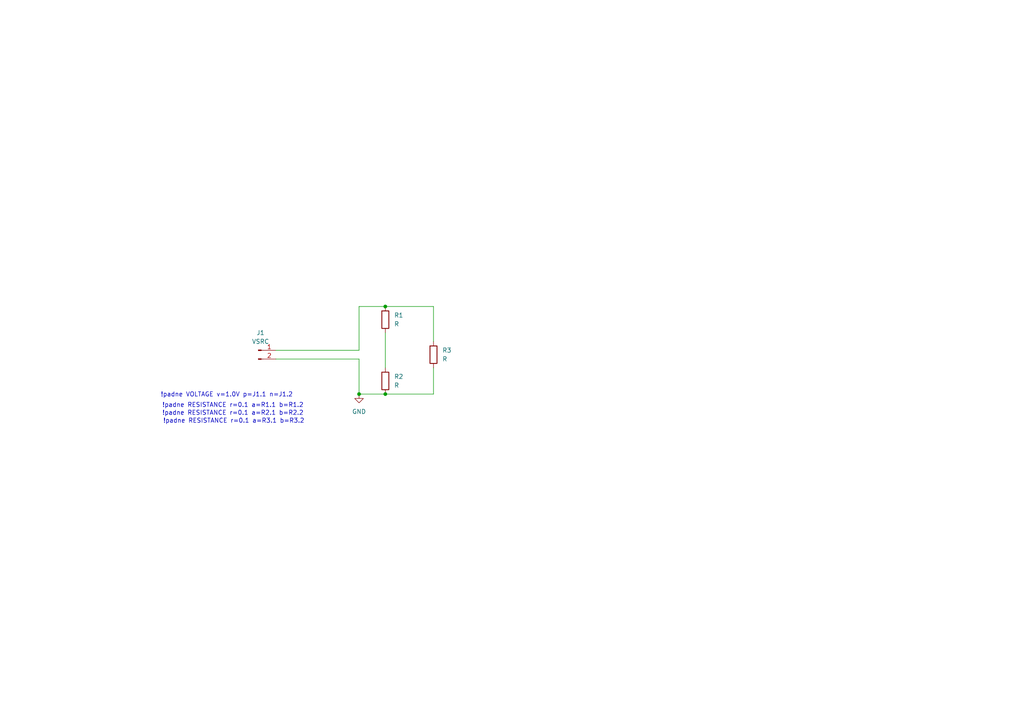
<source format=kicad_sch>
(kicad_sch (version 20231120) (generator "eeschema") (generator_version "8.0")
  (paper "A4")
  (lib_symbols
    (symbol "Connector:Conn_01x02_Pin" (pin_names (offset 1.016) hide)
      (property "Reference" "J" (at 0 2.54 0))
      (property "Value" "Conn_01x02_Pin" (at 0 -5.08 0))
      (symbol "Conn_01x02_Pin_1_1"
        (polyline (pts (xy 1.27 -2.54) (xy 0.8636 -2.54)) (stroke (width 0.1524)))
        (polyline (pts (xy 1.27 0) (xy 0.8636 0)) (stroke (width 0.1524)))
        (rectangle (start 0.8636 -2.413) (end 0 -2.667) (stroke (width 0.1524)) (fill (type outline)))
        (rectangle (start 0.8636 0.127) (end 0 -0.127) (stroke (width 0.1524)) (fill (type outline)))
        (pin passive line (at 5.08 0 180) (length 3.81) (name "Pin_1") (number "1"))
        (pin passive line (at 5.08 -2.54 180) (length 3.81) (name "Pin_2") (number "2"))
      )
    )
    (symbol "Device:R" (pin_numbers hide) (pin_names (offset 0))
      (property "Reference" "R" (at 2.032 0 90))
      (property "Value" "R" (at 0 0 90))
      (symbol "R_0_1"
        (rectangle (start -1.016 -2.54) (end 1.016 2.54) (stroke (width 0.254)))
      )
      (symbol "R_1_1"
        (pin passive line (at 0 3.81 270) (length 1.27) (name "~") (number "1"))
        (pin passive line (at 0 -3.81 90) (length 1.27) (name "~") (number "2"))
      )
    )
    (symbol "power:GND" (power) (pin_numbers hide) (pin_names (offset 0) hide)
      (property "Value" "GND" (at 0 -3.81 0))
      (symbol "GND_0_1"
        (polyline (pts (xy 0 0) (xy 0 -1.27) (xy 1.27 -1.27) (xy 0 -2.54) (xy -1.27 -1.27) (xy 0 -1.27)))
      )
      (symbol "GND_1_1"
        (pin power_in line (at 0 0 270) (length 0) (name "~") (number "1"))
      )
    )
  )
  (junction (at 104.14 114.3))
  (junction (at 111.76 88.9))
  (junction (at 111.76 114.3))
  (wire (pts (xy 125.73 114.3) (xy 111.76 114.3)))
  (wire (pts (xy 104.14 114.3) (xy 111.76 114.3)))
  (wire (pts (xy 104.14 88.9) (xy 111.76 88.9)))
  (wire (pts (xy 80.01 104.14) (xy 104.14 104.14)))
  (wire (pts (xy 125.73 106.68) (xy 125.73 114.3)))
  (wire (pts (xy 125.73 99.06) (xy 125.73 88.9)))
  (wire (pts (xy 104.14 101.6) (xy 104.14 88.9)))
  (wire (pts (xy 80.01 101.6) (xy 104.14 101.6)))
  (wire (pts (xy 125.73 88.9) (xy 111.76 88.9)))
  (wire (pts (xy 111.76 96.52) (xy 111.76 106.68)))
  (wire (pts (xy 104.14 104.14) (xy 104.14 114.3)))
  (text "!padne RESISTANCE r=0.1 a=R2.1 b=R2.2" (at 67.564 119.888 0) (effects (font (size 1.27 1.27))))
  (text "!padne RESISTANCE r=0.1 a=R3.1 b=R3.2" (at 67.818 122.174 0) (effects (font (size 1.27 1.27))))
  (text "!padne RESISTANCE r=0.1 a=R1.1 b=R1.2" (at 67.564 117.602 0) (effects (font (size 1.27 1.27))))
  (text "!padne VOLTAGE v=1.0V p=J1.1 n=J1.2" (at 65.786 114.554 0) (effects (font (size 1.27 1.27))))
  (symbol (lib_id "Device:R") (at 111.76 110.49 0) (unit 1)
    (property "Reference" "R2" (at 114.3 109.2199 0) (effects (justify left)))
    (property "Value" "R" (at 114.3 111.7599 0) (effects (justify left)))
    (property "Footprint" "Resistor_SMD:R_0805_2012Metric" (effects (hide yes)))
    (property "Description" "Resistor" (effects (hide yes)))
  )
  (symbol (lib_id "Device:R") (at 111.76 92.71 0) (unit 1)
    (property "Reference" "R1" (at 114.3 91.4399 0) (effects (justify left)))
    (property "Value" "R" (at 114.3 93.9799 0) (effects (justify left)))
    (property "Footprint" "Resistor_SMD:R_0805_2012Metric" (effects (hide yes)))
    (property "Description" "Resistor" (effects (hide yes)))
  )
  (symbol (lib_id "Connector:Conn_01x02_Pin") (at 74.93 101.6 0) (unit 1)
    (property "Reference" "J1" (at 75.565 96.52 0))
    (property "Value" "VSRC" (at 75.565 99.06 0))
    (property "Footprint" "Connector_PinHeader_2.54mm:PinHeader_1x02_P2.54mm_Vertical" (effects (hide yes)))
    (property "Description" "Generic connector, single row, 01x02, script generated" (effects (hide yes)))
  )
  (symbol (lib_id "power:GND") (at 104.14 114.3 0) (unit 1)
    (property "Reference" "#PWR01" (effects (hide yes)))
    (property "Value" "GND" (at 104.14 119.38 0))
    (property "Description" "Power symbol creates a global label with name \"GND\" , ground" (effects (hide yes)))
  )
  (symbol (lib_id "Device:R") (at 125.73 102.87 0) (unit 1)
    (property "Reference" "R3" (at 128.27 101.5999 0) (effects (justify left)))
    (property "Value" "R" (at 128.27 104.1399 0) (effects (justify left)))
    (property "Footprint" "Resistor_THT:R_Axial_DIN0207_L6.3mm_D2.5mm_P10.16mm_Horizontal" (effects (hide yes)))
    (property "Description" "Resistor" (effects (hide yes)))
  )
)
</source>
